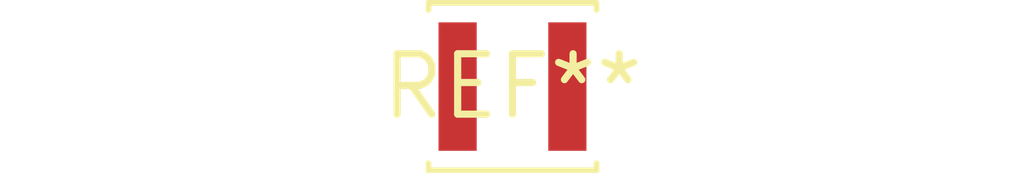
<source format=kicad_pcb>
(kicad_pcb (version 20240108) (generator pcbnew)
  (layers (0 "F.Cu" signal) (31 "B.Cu" signal) (34 "B.Paste" user) (35 "F.Paste" user) (36 "B.SilkS" user "B.Silkscreen") (37 "F.SilkS" user "F.Silkscreen") (38 "B.Mask" user) (39 "F.Mask" user) (44 "Edge.Cuts" user))
  (net 0 "")
  (footprint "L_Sunlord_SWPA3015S" (layer "F.Cu") (at 0 0)
    (property "Reference" "REF**")
    (property "Value" "L_Sunlord_SWPA3015S")
    (fp_line (start -1.76 -1.76) (end -1.76 -1.61) (layer "F.SilkS") (stroke (width 0.12)))
    (fp_line (start -1.76 -1.76) (end 1.76 -1.76) (layer "F.SilkS") (stroke (width 0.12)))
    (fp_line (start -1.76 1.76) (end -1.76 1.61) (layer "F.SilkS") (stroke (width 0.12)))
    (fp_line (start -1.76 1.76) (end 1.76 1.76) (layer "F.SilkS") (stroke (width 0.12)))
    (fp_line (start 1.76 -1.76) (end 1.76 -1.61) (layer "F.SilkS") (stroke (width 0.12)))
    (fp_line (start 1.76 1.76) (end 1.76 1.61) (layer "F.SilkS") (stroke (width 0.12)))
    (pad "1" smd rect (at -1.15 0) (size 0.8 2.7) (layers "F.Cu" "F.Paste" "F.Mask"))
    (pad "2" smd rect (at 1.15 0) (size 0.8 2.7) (layers "F.Cu" "F.Paste" "F.Mask"))
  )
)
</source>
